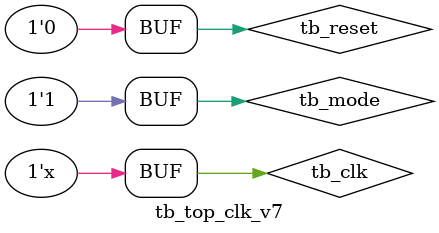
<source format=v>
`timescale 1ns / 1ps
 
module tb_top_clk_v7();
	
	reg  		tb_clk;
	reg  		tb_reset; 
	reg			tb_mode;
	wire [3:0]	tb_basys_anode;
	wire [6:0]	tb_display_ssd;

	initial 
	begin
		tb_clk   = 1'b0;
		tb_reset = 1'b1;
		tb_mode  = 1'b0;
		#100 
		tb_reset = 1'b0;
		#500
		tb_mode  = 1'b1;
	end
 
	always
	begin
		#5 tb_clk = ~tb_clk; //100 MHz 
	end
  
	top_clk_v7 DUT 
	(
		tb_clk,
		tb_reset,
		tb_mode,
		tb_basys_anode,
		tb_display_ssd
	);
  
  
endmodule
</source>
